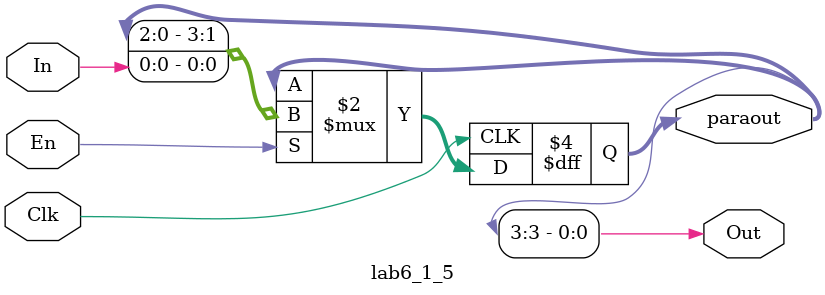
<source format=v>
`timescale 1ns / 1ps


module lab6_1_5(
    input Clk,
    input En,
    input In,
    output reg [3:0]paraout,
    output Out
    );
    
    always @(posedge Clk)
        if(En)
        paraout<={paraout[2:0],In};
    assign Out=paraout[3];
endmodule

</source>
